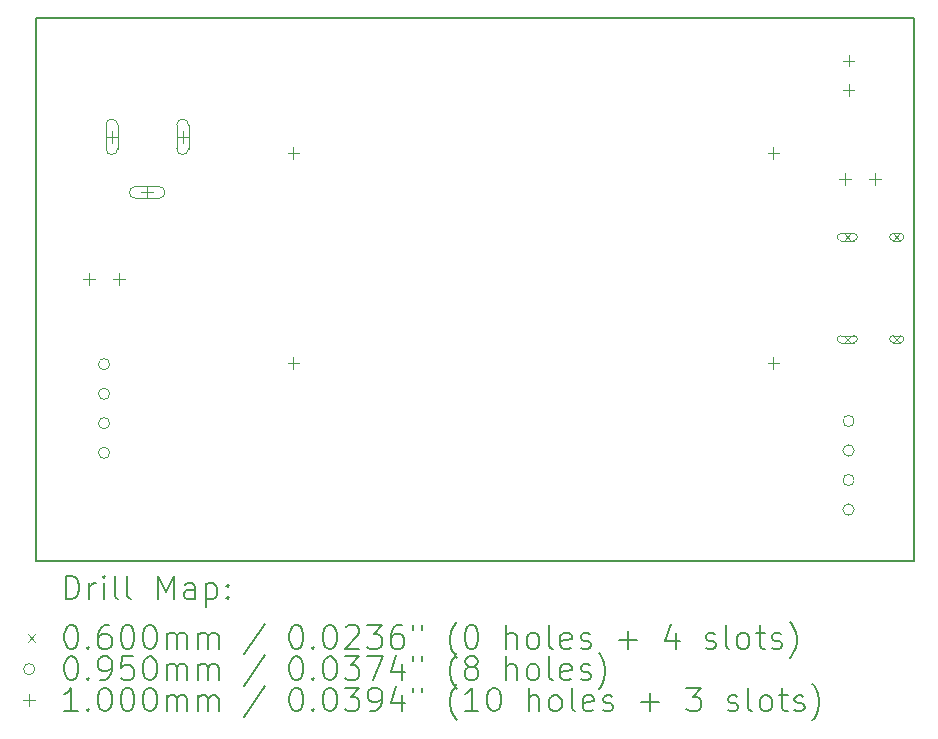
<source format=gbr>
%TF.GenerationSoftware,KiCad,Pcbnew,7.0.11+1*%
%TF.ProjectId,radwag_scale,72616477-6167-45f7-9363-616c652e6b69,rev?*%
%TF.SameCoordinates,Original*%
%TF.FileFunction,Drillmap*%
%TF.FilePolarity,Positive*%
%FSLAX45Y45*%
G04 Gerber Fmt 4.5, Leading zero omitted, Abs format (unit mm)*
%MOMM*%
%LPD*%
G01*
G04 APERTURE LIST*
%ADD10C,0.200000*%
%ADD11C,0.100000*%
G04 APERTURE END LIST*
D10*
X6633000Y-3556000D02*
X14071600Y-3556000D01*
X14071600Y-8153400D01*
X6633000Y-8153400D01*
X6633000Y-3556000D01*
D11*
X13473000Y-5378000D02*
X13533000Y-5438000D01*
X13533000Y-5378000D02*
X13473000Y-5438000D01*
X13448000Y-5438000D02*
X13558000Y-5438000D01*
X13558000Y-5438000D02*
G75*
G03*
X13558000Y-5378000I0J30000D01*
G01*
X13558000Y-5378000D02*
X13448000Y-5378000D01*
X13448000Y-5378000D02*
G75*
G03*
X13448000Y-5438000I0J-30000D01*
G01*
X13473000Y-6242000D02*
X13533000Y-6302000D01*
X13533000Y-6242000D02*
X13473000Y-6302000D01*
X13448000Y-6302000D02*
X13558000Y-6302000D01*
X13558000Y-6302000D02*
G75*
G03*
X13558000Y-6242000I0J30000D01*
G01*
X13558000Y-6242000D02*
X13448000Y-6242000D01*
X13448000Y-6242000D02*
G75*
G03*
X13448000Y-6302000I0J-30000D01*
G01*
X13891000Y-5378000D02*
X13951000Y-5438000D01*
X13951000Y-5378000D02*
X13891000Y-5438000D01*
X13891000Y-5438000D02*
X13951000Y-5438000D01*
X13951000Y-5438000D02*
G75*
G03*
X13951000Y-5378000I0J30000D01*
G01*
X13951000Y-5378000D02*
X13891000Y-5378000D01*
X13891000Y-5378000D02*
G75*
G03*
X13891000Y-5438000I0J-30000D01*
G01*
X13891000Y-6242000D02*
X13951000Y-6302000D01*
X13951000Y-6242000D02*
X13891000Y-6302000D01*
X13891000Y-6302000D02*
X13951000Y-6302000D01*
X13951000Y-6302000D02*
G75*
G03*
X13951000Y-6242000I0J30000D01*
G01*
X13951000Y-6242000D02*
X13891000Y-6242000D01*
X13891000Y-6242000D02*
G75*
G03*
X13891000Y-6302000I0J-30000D01*
G01*
X7257500Y-6485000D02*
G75*
G03*
X7162500Y-6485000I-47500J0D01*
G01*
X7162500Y-6485000D02*
G75*
G03*
X7257500Y-6485000I47500J0D01*
G01*
X7257500Y-6735000D02*
G75*
G03*
X7162500Y-6735000I-47500J0D01*
G01*
X7162500Y-6735000D02*
G75*
G03*
X7257500Y-6735000I47500J0D01*
G01*
X7257500Y-6985000D02*
G75*
G03*
X7162500Y-6985000I-47500J0D01*
G01*
X7162500Y-6985000D02*
G75*
G03*
X7257500Y-6985000I47500J0D01*
G01*
X7257500Y-7235000D02*
G75*
G03*
X7162500Y-7235000I-47500J0D01*
G01*
X7162500Y-7235000D02*
G75*
G03*
X7257500Y-7235000I47500J0D01*
G01*
X13561050Y-6965600D02*
G75*
G03*
X13466050Y-6965600I-47500J0D01*
G01*
X13466050Y-6965600D02*
G75*
G03*
X13561050Y-6965600I47500J0D01*
G01*
X13561050Y-7215600D02*
G75*
G03*
X13466050Y-7215600I-47500J0D01*
G01*
X13466050Y-7215600D02*
G75*
G03*
X13561050Y-7215600I47500J0D01*
G01*
X13561050Y-7465600D02*
G75*
G03*
X13466050Y-7465600I-47500J0D01*
G01*
X13466050Y-7465600D02*
G75*
G03*
X13561050Y-7465600I47500J0D01*
G01*
X13561050Y-7715600D02*
G75*
G03*
X13466050Y-7715600I-47500J0D01*
G01*
X13466050Y-7715600D02*
G75*
G03*
X13561050Y-7715600I47500J0D01*
G01*
X7083500Y-5715000D02*
X7083500Y-5815000D01*
X7033500Y-5765000D02*
X7133500Y-5765000D01*
X7275000Y-4510000D02*
X7275000Y-4610000D01*
X7225000Y-4560000D02*
X7325000Y-4560000D01*
X7225000Y-4460000D02*
X7225000Y-4660000D01*
X7225000Y-4660000D02*
G75*
G03*
X7325000Y-4660000I50000J0D01*
G01*
X7325000Y-4660000D02*
X7325000Y-4460000D01*
X7325000Y-4460000D02*
G75*
G03*
X7225000Y-4460000I-50000J0D01*
G01*
X7337500Y-5715000D02*
X7337500Y-5815000D01*
X7287500Y-5765000D02*
X7387500Y-5765000D01*
X7575000Y-4980000D02*
X7575000Y-5080000D01*
X7525000Y-5030000D02*
X7625000Y-5030000D01*
X7475000Y-5080000D02*
X7675000Y-5080000D01*
X7675000Y-5080000D02*
G75*
G03*
X7675000Y-4980000I0J50000D01*
G01*
X7675000Y-4980000D02*
X7475000Y-4980000D01*
X7475000Y-4980000D02*
G75*
G03*
X7475000Y-5080000I0J-50000D01*
G01*
X7875000Y-4510000D02*
X7875000Y-4610000D01*
X7825000Y-4560000D02*
X7925000Y-4560000D01*
X7825000Y-4460000D02*
X7825000Y-4660000D01*
X7825000Y-4660000D02*
G75*
G03*
X7925000Y-4660000I50000J0D01*
G01*
X7925000Y-4660000D02*
X7925000Y-4460000D01*
X7925000Y-4460000D02*
G75*
G03*
X7825000Y-4460000I-50000J0D01*
G01*
X8813800Y-4649000D02*
X8813800Y-4749000D01*
X8763800Y-4699000D02*
X8863800Y-4699000D01*
X8813800Y-6427000D02*
X8813800Y-6527000D01*
X8763800Y-6477000D02*
X8863800Y-6477000D01*
X12877800Y-4649000D02*
X12877800Y-4749000D01*
X12827800Y-4699000D02*
X12927800Y-4699000D01*
X12877800Y-6427000D02*
X12877800Y-6527000D01*
X12827800Y-6477000D02*
X12927800Y-6477000D01*
X13486000Y-4870000D02*
X13486000Y-4970000D01*
X13436000Y-4920000D02*
X13536000Y-4920000D01*
X13513550Y-3863600D02*
X13513550Y-3963600D01*
X13463550Y-3913600D02*
X13563550Y-3913600D01*
X13513550Y-4113600D02*
X13513550Y-4213600D01*
X13463550Y-4163600D02*
X13563550Y-4163600D01*
X13740000Y-4870000D02*
X13740000Y-4970000D01*
X13690000Y-4920000D02*
X13790000Y-4920000D01*
D10*
X6883777Y-8474884D02*
X6883777Y-8274884D01*
X6883777Y-8274884D02*
X6931396Y-8274884D01*
X6931396Y-8274884D02*
X6959967Y-8284408D01*
X6959967Y-8284408D02*
X6979015Y-8303455D01*
X6979015Y-8303455D02*
X6988539Y-8322503D01*
X6988539Y-8322503D02*
X6998062Y-8360598D01*
X6998062Y-8360598D02*
X6998062Y-8389170D01*
X6998062Y-8389170D02*
X6988539Y-8427265D01*
X6988539Y-8427265D02*
X6979015Y-8446312D01*
X6979015Y-8446312D02*
X6959967Y-8465360D01*
X6959967Y-8465360D02*
X6931396Y-8474884D01*
X6931396Y-8474884D02*
X6883777Y-8474884D01*
X7083777Y-8474884D02*
X7083777Y-8341550D01*
X7083777Y-8379646D02*
X7093301Y-8360598D01*
X7093301Y-8360598D02*
X7102824Y-8351074D01*
X7102824Y-8351074D02*
X7121872Y-8341550D01*
X7121872Y-8341550D02*
X7140920Y-8341550D01*
X7207586Y-8474884D02*
X7207586Y-8341550D01*
X7207586Y-8274884D02*
X7198062Y-8284408D01*
X7198062Y-8284408D02*
X7207586Y-8293931D01*
X7207586Y-8293931D02*
X7217110Y-8284408D01*
X7217110Y-8284408D02*
X7207586Y-8274884D01*
X7207586Y-8274884D02*
X7207586Y-8293931D01*
X7331396Y-8474884D02*
X7312348Y-8465360D01*
X7312348Y-8465360D02*
X7302824Y-8446312D01*
X7302824Y-8446312D02*
X7302824Y-8274884D01*
X7436158Y-8474884D02*
X7417110Y-8465360D01*
X7417110Y-8465360D02*
X7407586Y-8446312D01*
X7407586Y-8446312D02*
X7407586Y-8274884D01*
X7664729Y-8474884D02*
X7664729Y-8274884D01*
X7664729Y-8274884D02*
X7731396Y-8417741D01*
X7731396Y-8417741D02*
X7798062Y-8274884D01*
X7798062Y-8274884D02*
X7798062Y-8474884D01*
X7979015Y-8474884D02*
X7979015Y-8370122D01*
X7979015Y-8370122D02*
X7969491Y-8351074D01*
X7969491Y-8351074D02*
X7950443Y-8341550D01*
X7950443Y-8341550D02*
X7912348Y-8341550D01*
X7912348Y-8341550D02*
X7893301Y-8351074D01*
X7979015Y-8465360D02*
X7959967Y-8474884D01*
X7959967Y-8474884D02*
X7912348Y-8474884D01*
X7912348Y-8474884D02*
X7893301Y-8465360D01*
X7893301Y-8465360D02*
X7883777Y-8446312D01*
X7883777Y-8446312D02*
X7883777Y-8427265D01*
X7883777Y-8427265D02*
X7893301Y-8408217D01*
X7893301Y-8408217D02*
X7912348Y-8398693D01*
X7912348Y-8398693D02*
X7959967Y-8398693D01*
X7959967Y-8398693D02*
X7979015Y-8389170D01*
X8074253Y-8341550D02*
X8074253Y-8541550D01*
X8074253Y-8351074D02*
X8093301Y-8341550D01*
X8093301Y-8341550D02*
X8131396Y-8341550D01*
X8131396Y-8341550D02*
X8150443Y-8351074D01*
X8150443Y-8351074D02*
X8159967Y-8360598D01*
X8159967Y-8360598D02*
X8169491Y-8379646D01*
X8169491Y-8379646D02*
X8169491Y-8436789D01*
X8169491Y-8436789D02*
X8159967Y-8455836D01*
X8159967Y-8455836D02*
X8150443Y-8465360D01*
X8150443Y-8465360D02*
X8131396Y-8474884D01*
X8131396Y-8474884D02*
X8093301Y-8474884D01*
X8093301Y-8474884D02*
X8074253Y-8465360D01*
X8255205Y-8455836D02*
X8264729Y-8465360D01*
X8264729Y-8465360D02*
X8255205Y-8474884D01*
X8255205Y-8474884D02*
X8245682Y-8465360D01*
X8245682Y-8465360D02*
X8255205Y-8455836D01*
X8255205Y-8455836D02*
X8255205Y-8474884D01*
X8255205Y-8351074D02*
X8264729Y-8360598D01*
X8264729Y-8360598D02*
X8255205Y-8370122D01*
X8255205Y-8370122D02*
X8245682Y-8360598D01*
X8245682Y-8360598D02*
X8255205Y-8351074D01*
X8255205Y-8351074D02*
X8255205Y-8370122D01*
D11*
X6563000Y-8773400D02*
X6623000Y-8833400D01*
X6623000Y-8773400D02*
X6563000Y-8833400D01*
D10*
X6921872Y-8694884D02*
X6940920Y-8694884D01*
X6940920Y-8694884D02*
X6959967Y-8704408D01*
X6959967Y-8704408D02*
X6969491Y-8713931D01*
X6969491Y-8713931D02*
X6979015Y-8732979D01*
X6979015Y-8732979D02*
X6988539Y-8771074D01*
X6988539Y-8771074D02*
X6988539Y-8818693D01*
X6988539Y-8818693D02*
X6979015Y-8856789D01*
X6979015Y-8856789D02*
X6969491Y-8875836D01*
X6969491Y-8875836D02*
X6959967Y-8885360D01*
X6959967Y-8885360D02*
X6940920Y-8894884D01*
X6940920Y-8894884D02*
X6921872Y-8894884D01*
X6921872Y-8894884D02*
X6902824Y-8885360D01*
X6902824Y-8885360D02*
X6893301Y-8875836D01*
X6893301Y-8875836D02*
X6883777Y-8856789D01*
X6883777Y-8856789D02*
X6874253Y-8818693D01*
X6874253Y-8818693D02*
X6874253Y-8771074D01*
X6874253Y-8771074D02*
X6883777Y-8732979D01*
X6883777Y-8732979D02*
X6893301Y-8713931D01*
X6893301Y-8713931D02*
X6902824Y-8704408D01*
X6902824Y-8704408D02*
X6921872Y-8694884D01*
X7074253Y-8875836D02*
X7083777Y-8885360D01*
X7083777Y-8885360D02*
X7074253Y-8894884D01*
X7074253Y-8894884D02*
X7064729Y-8885360D01*
X7064729Y-8885360D02*
X7074253Y-8875836D01*
X7074253Y-8875836D02*
X7074253Y-8894884D01*
X7255205Y-8694884D02*
X7217110Y-8694884D01*
X7217110Y-8694884D02*
X7198062Y-8704408D01*
X7198062Y-8704408D02*
X7188539Y-8713931D01*
X7188539Y-8713931D02*
X7169491Y-8742503D01*
X7169491Y-8742503D02*
X7159967Y-8780598D01*
X7159967Y-8780598D02*
X7159967Y-8856789D01*
X7159967Y-8856789D02*
X7169491Y-8875836D01*
X7169491Y-8875836D02*
X7179015Y-8885360D01*
X7179015Y-8885360D02*
X7198062Y-8894884D01*
X7198062Y-8894884D02*
X7236158Y-8894884D01*
X7236158Y-8894884D02*
X7255205Y-8885360D01*
X7255205Y-8885360D02*
X7264729Y-8875836D01*
X7264729Y-8875836D02*
X7274253Y-8856789D01*
X7274253Y-8856789D02*
X7274253Y-8809170D01*
X7274253Y-8809170D02*
X7264729Y-8790122D01*
X7264729Y-8790122D02*
X7255205Y-8780598D01*
X7255205Y-8780598D02*
X7236158Y-8771074D01*
X7236158Y-8771074D02*
X7198062Y-8771074D01*
X7198062Y-8771074D02*
X7179015Y-8780598D01*
X7179015Y-8780598D02*
X7169491Y-8790122D01*
X7169491Y-8790122D02*
X7159967Y-8809170D01*
X7398062Y-8694884D02*
X7417110Y-8694884D01*
X7417110Y-8694884D02*
X7436158Y-8704408D01*
X7436158Y-8704408D02*
X7445682Y-8713931D01*
X7445682Y-8713931D02*
X7455205Y-8732979D01*
X7455205Y-8732979D02*
X7464729Y-8771074D01*
X7464729Y-8771074D02*
X7464729Y-8818693D01*
X7464729Y-8818693D02*
X7455205Y-8856789D01*
X7455205Y-8856789D02*
X7445682Y-8875836D01*
X7445682Y-8875836D02*
X7436158Y-8885360D01*
X7436158Y-8885360D02*
X7417110Y-8894884D01*
X7417110Y-8894884D02*
X7398062Y-8894884D01*
X7398062Y-8894884D02*
X7379015Y-8885360D01*
X7379015Y-8885360D02*
X7369491Y-8875836D01*
X7369491Y-8875836D02*
X7359967Y-8856789D01*
X7359967Y-8856789D02*
X7350443Y-8818693D01*
X7350443Y-8818693D02*
X7350443Y-8771074D01*
X7350443Y-8771074D02*
X7359967Y-8732979D01*
X7359967Y-8732979D02*
X7369491Y-8713931D01*
X7369491Y-8713931D02*
X7379015Y-8704408D01*
X7379015Y-8704408D02*
X7398062Y-8694884D01*
X7588539Y-8694884D02*
X7607586Y-8694884D01*
X7607586Y-8694884D02*
X7626634Y-8704408D01*
X7626634Y-8704408D02*
X7636158Y-8713931D01*
X7636158Y-8713931D02*
X7645682Y-8732979D01*
X7645682Y-8732979D02*
X7655205Y-8771074D01*
X7655205Y-8771074D02*
X7655205Y-8818693D01*
X7655205Y-8818693D02*
X7645682Y-8856789D01*
X7645682Y-8856789D02*
X7636158Y-8875836D01*
X7636158Y-8875836D02*
X7626634Y-8885360D01*
X7626634Y-8885360D02*
X7607586Y-8894884D01*
X7607586Y-8894884D02*
X7588539Y-8894884D01*
X7588539Y-8894884D02*
X7569491Y-8885360D01*
X7569491Y-8885360D02*
X7559967Y-8875836D01*
X7559967Y-8875836D02*
X7550443Y-8856789D01*
X7550443Y-8856789D02*
X7540920Y-8818693D01*
X7540920Y-8818693D02*
X7540920Y-8771074D01*
X7540920Y-8771074D02*
X7550443Y-8732979D01*
X7550443Y-8732979D02*
X7559967Y-8713931D01*
X7559967Y-8713931D02*
X7569491Y-8704408D01*
X7569491Y-8704408D02*
X7588539Y-8694884D01*
X7740920Y-8894884D02*
X7740920Y-8761550D01*
X7740920Y-8780598D02*
X7750443Y-8771074D01*
X7750443Y-8771074D02*
X7769491Y-8761550D01*
X7769491Y-8761550D02*
X7798063Y-8761550D01*
X7798063Y-8761550D02*
X7817110Y-8771074D01*
X7817110Y-8771074D02*
X7826634Y-8790122D01*
X7826634Y-8790122D02*
X7826634Y-8894884D01*
X7826634Y-8790122D02*
X7836158Y-8771074D01*
X7836158Y-8771074D02*
X7855205Y-8761550D01*
X7855205Y-8761550D02*
X7883777Y-8761550D01*
X7883777Y-8761550D02*
X7902824Y-8771074D01*
X7902824Y-8771074D02*
X7912348Y-8790122D01*
X7912348Y-8790122D02*
X7912348Y-8894884D01*
X8007586Y-8894884D02*
X8007586Y-8761550D01*
X8007586Y-8780598D02*
X8017110Y-8771074D01*
X8017110Y-8771074D02*
X8036158Y-8761550D01*
X8036158Y-8761550D02*
X8064729Y-8761550D01*
X8064729Y-8761550D02*
X8083777Y-8771074D01*
X8083777Y-8771074D02*
X8093301Y-8790122D01*
X8093301Y-8790122D02*
X8093301Y-8894884D01*
X8093301Y-8790122D02*
X8102824Y-8771074D01*
X8102824Y-8771074D02*
X8121872Y-8761550D01*
X8121872Y-8761550D02*
X8150443Y-8761550D01*
X8150443Y-8761550D02*
X8169491Y-8771074D01*
X8169491Y-8771074D02*
X8179015Y-8790122D01*
X8179015Y-8790122D02*
X8179015Y-8894884D01*
X8569491Y-8685360D02*
X8398063Y-8942503D01*
X8826634Y-8694884D02*
X8845682Y-8694884D01*
X8845682Y-8694884D02*
X8864729Y-8704408D01*
X8864729Y-8704408D02*
X8874253Y-8713931D01*
X8874253Y-8713931D02*
X8883777Y-8732979D01*
X8883777Y-8732979D02*
X8893301Y-8771074D01*
X8893301Y-8771074D02*
X8893301Y-8818693D01*
X8893301Y-8818693D02*
X8883777Y-8856789D01*
X8883777Y-8856789D02*
X8874253Y-8875836D01*
X8874253Y-8875836D02*
X8864729Y-8885360D01*
X8864729Y-8885360D02*
X8845682Y-8894884D01*
X8845682Y-8894884D02*
X8826634Y-8894884D01*
X8826634Y-8894884D02*
X8807587Y-8885360D01*
X8807587Y-8885360D02*
X8798063Y-8875836D01*
X8798063Y-8875836D02*
X8788539Y-8856789D01*
X8788539Y-8856789D02*
X8779015Y-8818693D01*
X8779015Y-8818693D02*
X8779015Y-8771074D01*
X8779015Y-8771074D02*
X8788539Y-8732979D01*
X8788539Y-8732979D02*
X8798063Y-8713931D01*
X8798063Y-8713931D02*
X8807587Y-8704408D01*
X8807587Y-8704408D02*
X8826634Y-8694884D01*
X8979015Y-8875836D02*
X8988539Y-8885360D01*
X8988539Y-8885360D02*
X8979015Y-8894884D01*
X8979015Y-8894884D02*
X8969491Y-8885360D01*
X8969491Y-8885360D02*
X8979015Y-8875836D01*
X8979015Y-8875836D02*
X8979015Y-8894884D01*
X9112348Y-8694884D02*
X9131396Y-8694884D01*
X9131396Y-8694884D02*
X9150444Y-8704408D01*
X9150444Y-8704408D02*
X9159968Y-8713931D01*
X9159968Y-8713931D02*
X9169491Y-8732979D01*
X9169491Y-8732979D02*
X9179015Y-8771074D01*
X9179015Y-8771074D02*
X9179015Y-8818693D01*
X9179015Y-8818693D02*
X9169491Y-8856789D01*
X9169491Y-8856789D02*
X9159968Y-8875836D01*
X9159968Y-8875836D02*
X9150444Y-8885360D01*
X9150444Y-8885360D02*
X9131396Y-8894884D01*
X9131396Y-8894884D02*
X9112348Y-8894884D01*
X9112348Y-8894884D02*
X9093301Y-8885360D01*
X9093301Y-8885360D02*
X9083777Y-8875836D01*
X9083777Y-8875836D02*
X9074253Y-8856789D01*
X9074253Y-8856789D02*
X9064729Y-8818693D01*
X9064729Y-8818693D02*
X9064729Y-8771074D01*
X9064729Y-8771074D02*
X9074253Y-8732979D01*
X9074253Y-8732979D02*
X9083777Y-8713931D01*
X9083777Y-8713931D02*
X9093301Y-8704408D01*
X9093301Y-8704408D02*
X9112348Y-8694884D01*
X9255206Y-8713931D02*
X9264729Y-8704408D01*
X9264729Y-8704408D02*
X9283777Y-8694884D01*
X9283777Y-8694884D02*
X9331396Y-8694884D01*
X9331396Y-8694884D02*
X9350444Y-8704408D01*
X9350444Y-8704408D02*
X9359968Y-8713931D01*
X9359968Y-8713931D02*
X9369491Y-8732979D01*
X9369491Y-8732979D02*
X9369491Y-8752027D01*
X9369491Y-8752027D02*
X9359968Y-8780598D01*
X9359968Y-8780598D02*
X9245682Y-8894884D01*
X9245682Y-8894884D02*
X9369491Y-8894884D01*
X9436158Y-8694884D02*
X9559968Y-8694884D01*
X9559968Y-8694884D02*
X9493301Y-8771074D01*
X9493301Y-8771074D02*
X9521872Y-8771074D01*
X9521872Y-8771074D02*
X9540920Y-8780598D01*
X9540920Y-8780598D02*
X9550444Y-8790122D01*
X9550444Y-8790122D02*
X9559968Y-8809170D01*
X9559968Y-8809170D02*
X9559968Y-8856789D01*
X9559968Y-8856789D02*
X9550444Y-8875836D01*
X9550444Y-8875836D02*
X9540920Y-8885360D01*
X9540920Y-8885360D02*
X9521872Y-8894884D01*
X9521872Y-8894884D02*
X9464729Y-8894884D01*
X9464729Y-8894884D02*
X9445682Y-8885360D01*
X9445682Y-8885360D02*
X9436158Y-8875836D01*
X9731396Y-8694884D02*
X9693301Y-8694884D01*
X9693301Y-8694884D02*
X9674253Y-8704408D01*
X9674253Y-8704408D02*
X9664729Y-8713931D01*
X9664729Y-8713931D02*
X9645682Y-8742503D01*
X9645682Y-8742503D02*
X9636158Y-8780598D01*
X9636158Y-8780598D02*
X9636158Y-8856789D01*
X9636158Y-8856789D02*
X9645682Y-8875836D01*
X9645682Y-8875836D02*
X9655206Y-8885360D01*
X9655206Y-8885360D02*
X9674253Y-8894884D01*
X9674253Y-8894884D02*
X9712349Y-8894884D01*
X9712349Y-8894884D02*
X9731396Y-8885360D01*
X9731396Y-8885360D02*
X9740920Y-8875836D01*
X9740920Y-8875836D02*
X9750444Y-8856789D01*
X9750444Y-8856789D02*
X9750444Y-8809170D01*
X9750444Y-8809170D02*
X9740920Y-8790122D01*
X9740920Y-8790122D02*
X9731396Y-8780598D01*
X9731396Y-8780598D02*
X9712349Y-8771074D01*
X9712349Y-8771074D02*
X9674253Y-8771074D01*
X9674253Y-8771074D02*
X9655206Y-8780598D01*
X9655206Y-8780598D02*
X9645682Y-8790122D01*
X9645682Y-8790122D02*
X9636158Y-8809170D01*
X9826634Y-8694884D02*
X9826634Y-8732979D01*
X9902825Y-8694884D02*
X9902825Y-8732979D01*
X10198063Y-8971074D02*
X10188539Y-8961550D01*
X10188539Y-8961550D02*
X10169491Y-8932979D01*
X10169491Y-8932979D02*
X10159968Y-8913931D01*
X10159968Y-8913931D02*
X10150444Y-8885360D01*
X10150444Y-8885360D02*
X10140920Y-8837741D01*
X10140920Y-8837741D02*
X10140920Y-8799646D01*
X10140920Y-8799646D02*
X10150444Y-8752027D01*
X10150444Y-8752027D02*
X10159968Y-8723455D01*
X10159968Y-8723455D02*
X10169491Y-8704408D01*
X10169491Y-8704408D02*
X10188539Y-8675836D01*
X10188539Y-8675836D02*
X10198063Y-8666312D01*
X10312349Y-8694884D02*
X10331396Y-8694884D01*
X10331396Y-8694884D02*
X10350444Y-8704408D01*
X10350444Y-8704408D02*
X10359968Y-8713931D01*
X10359968Y-8713931D02*
X10369491Y-8732979D01*
X10369491Y-8732979D02*
X10379015Y-8771074D01*
X10379015Y-8771074D02*
X10379015Y-8818693D01*
X10379015Y-8818693D02*
X10369491Y-8856789D01*
X10369491Y-8856789D02*
X10359968Y-8875836D01*
X10359968Y-8875836D02*
X10350444Y-8885360D01*
X10350444Y-8885360D02*
X10331396Y-8894884D01*
X10331396Y-8894884D02*
X10312349Y-8894884D01*
X10312349Y-8894884D02*
X10293301Y-8885360D01*
X10293301Y-8885360D02*
X10283777Y-8875836D01*
X10283777Y-8875836D02*
X10274253Y-8856789D01*
X10274253Y-8856789D02*
X10264730Y-8818693D01*
X10264730Y-8818693D02*
X10264730Y-8771074D01*
X10264730Y-8771074D02*
X10274253Y-8732979D01*
X10274253Y-8732979D02*
X10283777Y-8713931D01*
X10283777Y-8713931D02*
X10293301Y-8704408D01*
X10293301Y-8704408D02*
X10312349Y-8694884D01*
X10617111Y-8894884D02*
X10617111Y-8694884D01*
X10702825Y-8894884D02*
X10702825Y-8790122D01*
X10702825Y-8790122D02*
X10693301Y-8771074D01*
X10693301Y-8771074D02*
X10674253Y-8761550D01*
X10674253Y-8761550D02*
X10645682Y-8761550D01*
X10645682Y-8761550D02*
X10626634Y-8771074D01*
X10626634Y-8771074D02*
X10617111Y-8780598D01*
X10826634Y-8894884D02*
X10807587Y-8885360D01*
X10807587Y-8885360D02*
X10798063Y-8875836D01*
X10798063Y-8875836D02*
X10788539Y-8856789D01*
X10788539Y-8856789D02*
X10788539Y-8799646D01*
X10788539Y-8799646D02*
X10798063Y-8780598D01*
X10798063Y-8780598D02*
X10807587Y-8771074D01*
X10807587Y-8771074D02*
X10826634Y-8761550D01*
X10826634Y-8761550D02*
X10855206Y-8761550D01*
X10855206Y-8761550D02*
X10874253Y-8771074D01*
X10874253Y-8771074D02*
X10883777Y-8780598D01*
X10883777Y-8780598D02*
X10893301Y-8799646D01*
X10893301Y-8799646D02*
X10893301Y-8856789D01*
X10893301Y-8856789D02*
X10883777Y-8875836D01*
X10883777Y-8875836D02*
X10874253Y-8885360D01*
X10874253Y-8885360D02*
X10855206Y-8894884D01*
X10855206Y-8894884D02*
X10826634Y-8894884D01*
X11007587Y-8894884D02*
X10988539Y-8885360D01*
X10988539Y-8885360D02*
X10979015Y-8866312D01*
X10979015Y-8866312D02*
X10979015Y-8694884D01*
X11159968Y-8885360D02*
X11140920Y-8894884D01*
X11140920Y-8894884D02*
X11102825Y-8894884D01*
X11102825Y-8894884D02*
X11083777Y-8885360D01*
X11083777Y-8885360D02*
X11074253Y-8866312D01*
X11074253Y-8866312D02*
X11074253Y-8790122D01*
X11074253Y-8790122D02*
X11083777Y-8771074D01*
X11083777Y-8771074D02*
X11102825Y-8761550D01*
X11102825Y-8761550D02*
X11140920Y-8761550D01*
X11140920Y-8761550D02*
X11159968Y-8771074D01*
X11159968Y-8771074D02*
X11169492Y-8790122D01*
X11169492Y-8790122D02*
X11169492Y-8809170D01*
X11169492Y-8809170D02*
X11074253Y-8828217D01*
X11245682Y-8885360D02*
X11264730Y-8894884D01*
X11264730Y-8894884D02*
X11302825Y-8894884D01*
X11302825Y-8894884D02*
X11321872Y-8885360D01*
X11321872Y-8885360D02*
X11331396Y-8866312D01*
X11331396Y-8866312D02*
X11331396Y-8856789D01*
X11331396Y-8856789D02*
X11321872Y-8837741D01*
X11321872Y-8837741D02*
X11302825Y-8828217D01*
X11302825Y-8828217D02*
X11274253Y-8828217D01*
X11274253Y-8828217D02*
X11255206Y-8818693D01*
X11255206Y-8818693D02*
X11245682Y-8799646D01*
X11245682Y-8799646D02*
X11245682Y-8790122D01*
X11245682Y-8790122D02*
X11255206Y-8771074D01*
X11255206Y-8771074D02*
X11274253Y-8761550D01*
X11274253Y-8761550D02*
X11302825Y-8761550D01*
X11302825Y-8761550D02*
X11321872Y-8771074D01*
X11569492Y-8818693D02*
X11721873Y-8818693D01*
X11645682Y-8894884D02*
X11645682Y-8742503D01*
X12055206Y-8761550D02*
X12055206Y-8894884D01*
X12007587Y-8685360D02*
X11959968Y-8828217D01*
X11959968Y-8828217D02*
X12083777Y-8828217D01*
X12302825Y-8885360D02*
X12321873Y-8894884D01*
X12321873Y-8894884D02*
X12359968Y-8894884D01*
X12359968Y-8894884D02*
X12379015Y-8885360D01*
X12379015Y-8885360D02*
X12388539Y-8866312D01*
X12388539Y-8866312D02*
X12388539Y-8856789D01*
X12388539Y-8856789D02*
X12379015Y-8837741D01*
X12379015Y-8837741D02*
X12359968Y-8828217D01*
X12359968Y-8828217D02*
X12331396Y-8828217D01*
X12331396Y-8828217D02*
X12312349Y-8818693D01*
X12312349Y-8818693D02*
X12302825Y-8799646D01*
X12302825Y-8799646D02*
X12302825Y-8790122D01*
X12302825Y-8790122D02*
X12312349Y-8771074D01*
X12312349Y-8771074D02*
X12331396Y-8761550D01*
X12331396Y-8761550D02*
X12359968Y-8761550D01*
X12359968Y-8761550D02*
X12379015Y-8771074D01*
X12502825Y-8894884D02*
X12483777Y-8885360D01*
X12483777Y-8885360D02*
X12474254Y-8866312D01*
X12474254Y-8866312D02*
X12474254Y-8694884D01*
X12607587Y-8894884D02*
X12588539Y-8885360D01*
X12588539Y-8885360D02*
X12579015Y-8875836D01*
X12579015Y-8875836D02*
X12569492Y-8856789D01*
X12569492Y-8856789D02*
X12569492Y-8799646D01*
X12569492Y-8799646D02*
X12579015Y-8780598D01*
X12579015Y-8780598D02*
X12588539Y-8771074D01*
X12588539Y-8771074D02*
X12607587Y-8761550D01*
X12607587Y-8761550D02*
X12636158Y-8761550D01*
X12636158Y-8761550D02*
X12655206Y-8771074D01*
X12655206Y-8771074D02*
X12664730Y-8780598D01*
X12664730Y-8780598D02*
X12674254Y-8799646D01*
X12674254Y-8799646D02*
X12674254Y-8856789D01*
X12674254Y-8856789D02*
X12664730Y-8875836D01*
X12664730Y-8875836D02*
X12655206Y-8885360D01*
X12655206Y-8885360D02*
X12636158Y-8894884D01*
X12636158Y-8894884D02*
X12607587Y-8894884D01*
X12731396Y-8761550D02*
X12807587Y-8761550D01*
X12759968Y-8694884D02*
X12759968Y-8866312D01*
X12759968Y-8866312D02*
X12769492Y-8885360D01*
X12769492Y-8885360D02*
X12788539Y-8894884D01*
X12788539Y-8894884D02*
X12807587Y-8894884D01*
X12864730Y-8885360D02*
X12883777Y-8894884D01*
X12883777Y-8894884D02*
X12921873Y-8894884D01*
X12921873Y-8894884D02*
X12940920Y-8885360D01*
X12940920Y-8885360D02*
X12950444Y-8866312D01*
X12950444Y-8866312D02*
X12950444Y-8856789D01*
X12950444Y-8856789D02*
X12940920Y-8837741D01*
X12940920Y-8837741D02*
X12921873Y-8828217D01*
X12921873Y-8828217D02*
X12893301Y-8828217D01*
X12893301Y-8828217D02*
X12874254Y-8818693D01*
X12874254Y-8818693D02*
X12864730Y-8799646D01*
X12864730Y-8799646D02*
X12864730Y-8790122D01*
X12864730Y-8790122D02*
X12874254Y-8771074D01*
X12874254Y-8771074D02*
X12893301Y-8761550D01*
X12893301Y-8761550D02*
X12921873Y-8761550D01*
X12921873Y-8761550D02*
X12940920Y-8771074D01*
X13017111Y-8971074D02*
X13026635Y-8961550D01*
X13026635Y-8961550D02*
X13045682Y-8932979D01*
X13045682Y-8932979D02*
X13055206Y-8913931D01*
X13055206Y-8913931D02*
X13064730Y-8885360D01*
X13064730Y-8885360D02*
X13074254Y-8837741D01*
X13074254Y-8837741D02*
X13074254Y-8799646D01*
X13074254Y-8799646D02*
X13064730Y-8752027D01*
X13064730Y-8752027D02*
X13055206Y-8723455D01*
X13055206Y-8723455D02*
X13045682Y-8704408D01*
X13045682Y-8704408D02*
X13026635Y-8675836D01*
X13026635Y-8675836D02*
X13017111Y-8666312D01*
D11*
X6623000Y-9067400D02*
G75*
G03*
X6528000Y-9067400I-47500J0D01*
G01*
X6528000Y-9067400D02*
G75*
G03*
X6623000Y-9067400I47500J0D01*
G01*
D10*
X6921872Y-8958884D02*
X6940920Y-8958884D01*
X6940920Y-8958884D02*
X6959967Y-8968408D01*
X6959967Y-8968408D02*
X6969491Y-8977931D01*
X6969491Y-8977931D02*
X6979015Y-8996979D01*
X6979015Y-8996979D02*
X6988539Y-9035074D01*
X6988539Y-9035074D02*
X6988539Y-9082693D01*
X6988539Y-9082693D02*
X6979015Y-9120789D01*
X6979015Y-9120789D02*
X6969491Y-9139836D01*
X6969491Y-9139836D02*
X6959967Y-9149360D01*
X6959967Y-9149360D02*
X6940920Y-9158884D01*
X6940920Y-9158884D02*
X6921872Y-9158884D01*
X6921872Y-9158884D02*
X6902824Y-9149360D01*
X6902824Y-9149360D02*
X6893301Y-9139836D01*
X6893301Y-9139836D02*
X6883777Y-9120789D01*
X6883777Y-9120789D02*
X6874253Y-9082693D01*
X6874253Y-9082693D02*
X6874253Y-9035074D01*
X6874253Y-9035074D02*
X6883777Y-8996979D01*
X6883777Y-8996979D02*
X6893301Y-8977931D01*
X6893301Y-8977931D02*
X6902824Y-8968408D01*
X6902824Y-8968408D02*
X6921872Y-8958884D01*
X7074253Y-9139836D02*
X7083777Y-9149360D01*
X7083777Y-9149360D02*
X7074253Y-9158884D01*
X7074253Y-9158884D02*
X7064729Y-9149360D01*
X7064729Y-9149360D02*
X7074253Y-9139836D01*
X7074253Y-9139836D02*
X7074253Y-9158884D01*
X7179015Y-9158884D02*
X7217110Y-9158884D01*
X7217110Y-9158884D02*
X7236158Y-9149360D01*
X7236158Y-9149360D02*
X7245682Y-9139836D01*
X7245682Y-9139836D02*
X7264729Y-9111265D01*
X7264729Y-9111265D02*
X7274253Y-9073170D01*
X7274253Y-9073170D02*
X7274253Y-8996979D01*
X7274253Y-8996979D02*
X7264729Y-8977931D01*
X7264729Y-8977931D02*
X7255205Y-8968408D01*
X7255205Y-8968408D02*
X7236158Y-8958884D01*
X7236158Y-8958884D02*
X7198062Y-8958884D01*
X7198062Y-8958884D02*
X7179015Y-8968408D01*
X7179015Y-8968408D02*
X7169491Y-8977931D01*
X7169491Y-8977931D02*
X7159967Y-8996979D01*
X7159967Y-8996979D02*
X7159967Y-9044598D01*
X7159967Y-9044598D02*
X7169491Y-9063646D01*
X7169491Y-9063646D02*
X7179015Y-9073170D01*
X7179015Y-9073170D02*
X7198062Y-9082693D01*
X7198062Y-9082693D02*
X7236158Y-9082693D01*
X7236158Y-9082693D02*
X7255205Y-9073170D01*
X7255205Y-9073170D02*
X7264729Y-9063646D01*
X7264729Y-9063646D02*
X7274253Y-9044598D01*
X7455205Y-8958884D02*
X7359967Y-8958884D01*
X7359967Y-8958884D02*
X7350443Y-9054122D01*
X7350443Y-9054122D02*
X7359967Y-9044598D01*
X7359967Y-9044598D02*
X7379015Y-9035074D01*
X7379015Y-9035074D02*
X7426634Y-9035074D01*
X7426634Y-9035074D02*
X7445682Y-9044598D01*
X7445682Y-9044598D02*
X7455205Y-9054122D01*
X7455205Y-9054122D02*
X7464729Y-9073170D01*
X7464729Y-9073170D02*
X7464729Y-9120789D01*
X7464729Y-9120789D02*
X7455205Y-9139836D01*
X7455205Y-9139836D02*
X7445682Y-9149360D01*
X7445682Y-9149360D02*
X7426634Y-9158884D01*
X7426634Y-9158884D02*
X7379015Y-9158884D01*
X7379015Y-9158884D02*
X7359967Y-9149360D01*
X7359967Y-9149360D02*
X7350443Y-9139836D01*
X7588539Y-8958884D02*
X7607586Y-8958884D01*
X7607586Y-8958884D02*
X7626634Y-8968408D01*
X7626634Y-8968408D02*
X7636158Y-8977931D01*
X7636158Y-8977931D02*
X7645682Y-8996979D01*
X7645682Y-8996979D02*
X7655205Y-9035074D01*
X7655205Y-9035074D02*
X7655205Y-9082693D01*
X7655205Y-9082693D02*
X7645682Y-9120789D01*
X7645682Y-9120789D02*
X7636158Y-9139836D01*
X7636158Y-9139836D02*
X7626634Y-9149360D01*
X7626634Y-9149360D02*
X7607586Y-9158884D01*
X7607586Y-9158884D02*
X7588539Y-9158884D01*
X7588539Y-9158884D02*
X7569491Y-9149360D01*
X7569491Y-9149360D02*
X7559967Y-9139836D01*
X7559967Y-9139836D02*
X7550443Y-9120789D01*
X7550443Y-9120789D02*
X7540920Y-9082693D01*
X7540920Y-9082693D02*
X7540920Y-9035074D01*
X7540920Y-9035074D02*
X7550443Y-8996979D01*
X7550443Y-8996979D02*
X7559967Y-8977931D01*
X7559967Y-8977931D02*
X7569491Y-8968408D01*
X7569491Y-8968408D02*
X7588539Y-8958884D01*
X7740920Y-9158884D02*
X7740920Y-9025550D01*
X7740920Y-9044598D02*
X7750443Y-9035074D01*
X7750443Y-9035074D02*
X7769491Y-9025550D01*
X7769491Y-9025550D02*
X7798063Y-9025550D01*
X7798063Y-9025550D02*
X7817110Y-9035074D01*
X7817110Y-9035074D02*
X7826634Y-9054122D01*
X7826634Y-9054122D02*
X7826634Y-9158884D01*
X7826634Y-9054122D02*
X7836158Y-9035074D01*
X7836158Y-9035074D02*
X7855205Y-9025550D01*
X7855205Y-9025550D02*
X7883777Y-9025550D01*
X7883777Y-9025550D02*
X7902824Y-9035074D01*
X7902824Y-9035074D02*
X7912348Y-9054122D01*
X7912348Y-9054122D02*
X7912348Y-9158884D01*
X8007586Y-9158884D02*
X8007586Y-9025550D01*
X8007586Y-9044598D02*
X8017110Y-9035074D01*
X8017110Y-9035074D02*
X8036158Y-9025550D01*
X8036158Y-9025550D02*
X8064729Y-9025550D01*
X8064729Y-9025550D02*
X8083777Y-9035074D01*
X8083777Y-9035074D02*
X8093301Y-9054122D01*
X8093301Y-9054122D02*
X8093301Y-9158884D01*
X8093301Y-9054122D02*
X8102824Y-9035074D01*
X8102824Y-9035074D02*
X8121872Y-9025550D01*
X8121872Y-9025550D02*
X8150443Y-9025550D01*
X8150443Y-9025550D02*
X8169491Y-9035074D01*
X8169491Y-9035074D02*
X8179015Y-9054122D01*
X8179015Y-9054122D02*
X8179015Y-9158884D01*
X8569491Y-8949360D02*
X8398063Y-9206503D01*
X8826634Y-8958884D02*
X8845682Y-8958884D01*
X8845682Y-8958884D02*
X8864729Y-8968408D01*
X8864729Y-8968408D02*
X8874253Y-8977931D01*
X8874253Y-8977931D02*
X8883777Y-8996979D01*
X8883777Y-8996979D02*
X8893301Y-9035074D01*
X8893301Y-9035074D02*
X8893301Y-9082693D01*
X8893301Y-9082693D02*
X8883777Y-9120789D01*
X8883777Y-9120789D02*
X8874253Y-9139836D01*
X8874253Y-9139836D02*
X8864729Y-9149360D01*
X8864729Y-9149360D02*
X8845682Y-9158884D01*
X8845682Y-9158884D02*
X8826634Y-9158884D01*
X8826634Y-9158884D02*
X8807587Y-9149360D01*
X8807587Y-9149360D02*
X8798063Y-9139836D01*
X8798063Y-9139836D02*
X8788539Y-9120789D01*
X8788539Y-9120789D02*
X8779015Y-9082693D01*
X8779015Y-9082693D02*
X8779015Y-9035074D01*
X8779015Y-9035074D02*
X8788539Y-8996979D01*
X8788539Y-8996979D02*
X8798063Y-8977931D01*
X8798063Y-8977931D02*
X8807587Y-8968408D01*
X8807587Y-8968408D02*
X8826634Y-8958884D01*
X8979015Y-9139836D02*
X8988539Y-9149360D01*
X8988539Y-9149360D02*
X8979015Y-9158884D01*
X8979015Y-9158884D02*
X8969491Y-9149360D01*
X8969491Y-9149360D02*
X8979015Y-9139836D01*
X8979015Y-9139836D02*
X8979015Y-9158884D01*
X9112348Y-8958884D02*
X9131396Y-8958884D01*
X9131396Y-8958884D02*
X9150444Y-8968408D01*
X9150444Y-8968408D02*
X9159968Y-8977931D01*
X9159968Y-8977931D02*
X9169491Y-8996979D01*
X9169491Y-8996979D02*
X9179015Y-9035074D01*
X9179015Y-9035074D02*
X9179015Y-9082693D01*
X9179015Y-9082693D02*
X9169491Y-9120789D01*
X9169491Y-9120789D02*
X9159968Y-9139836D01*
X9159968Y-9139836D02*
X9150444Y-9149360D01*
X9150444Y-9149360D02*
X9131396Y-9158884D01*
X9131396Y-9158884D02*
X9112348Y-9158884D01*
X9112348Y-9158884D02*
X9093301Y-9149360D01*
X9093301Y-9149360D02*
X9083777Y-9139836D01*
X9083777Y-9139836D02*
X9074253Y-9120789D01*
X9074253Y-9120789D02*
X9064729Y-9082693D01*
X9064729Y-9082693D02*
X9064729Y-9035074D01*
X9064729Y-9035074D02*
X9074253Y-8996979D01*
X9074253Y-8996979D02*
X9083777Y-8977931D01*
X9083777Y-8977931D02*
X9093301Y-8968408D01*
X9093301Y-8968408D02*
X9112348Y-8958884D01*
X9245682Y-8958884D02*
X9369491Y-8958884D01*
X9369491Y-8958884D02*
X9302825Y-9035074D01*
X9302825Y-9035074D02*
X9331396Y-9035074D01*
X9331396Y-9035074D02*
X9350444Y-9044598D01*
X9350444Y-9044598D02*
X9359968Y-9054122D01*
X9359968Y-9054122D02*
X9369491Y-9073170D01*
X9369491Y-9073170D02*
X9369491Y-9120789D01*
X9369491Y-9120789D02*
X9359968Y-9139836D01*
X9359968Y-9139836D02*
X9350444Y-9149360D01*
X9350444Y-9149360D02*
X9331396Y-9158884D01*
X9331396Y-9158884D02*
X9274253Y-9158884D01*
X9274253Y-9158884D02*
X9255206Y-9149360D01*
X9255206Y-9149360D02*
X9245682Y-9139836D01*
X9436158Y-8958884D02*
X9569491Y-8958884D01*
X9569491Y-8958884D02*
X9483777Y-9158884D01*
X9731396Y-9025550D02*
X9731396Y-9158884D01*
X9683777Y-8949360D02*
X9636158Y-9092217D01*
X9636158Y-9092217D02*
X9759968Y-9092217D01*
X9826634Y-8958884D02*
X9826634Y-8996979D01*
X9902825Y-8958884D02*
X9902825Y-8996979D01*
X10198063Y-9235074D02*
X10188539Y-9225550D01*
X10188539Y-9225550D02*
X10169491Y-9196979D01*
X10169491Y-9196979D02*
X10159968Y-9177931D01*
X10159968Y-9177931D02*
X10150444Y-9149360D01*
X10150444Y-9149360D02*
X10140920Y-9101741D01*
X10140920Y-9101741D02*
X10140920Y-9063646D01*
X10140920Y-9063646D02*
X10150444Y-9016027D01*
X10150444Y-9016027D02*
X10159968Y-8987455D01*
X10159968Y-8987455D02*
X10169491Y-8968408D01*
X10169491Y-8968408D02*
X10188539Y-8939836D01*
X10188539Y-8939836D02*
X10198063Y-8930312D01*
X10302825Y-9044598D02*
X10283777Y-9035074D01*
X10283777Y-9035074D02*
X10274253Y-9025550D01*
X10274253Y-9025550D02*
X10264730Y-9006503D01*
X10264730Y-9006503D02*
X10264730Y-8996979D01*
X10264730Y-8996979D02*
X10274253Y-8977931D01*
X10274253Y-8977931D02*
X10283777Y-8968408D01*
X10283777Y-8968408D02*
X10302825Y-8958884D01*
X10302825Y-8958884D02*
X10340920Y-8958884D01*
X10340920Y-8958884D02*
X10359968Y-8968408D01*
X10359968Y-8968408D02*
X10369491Y-8977931D01*
X10369491Y-8977931D02*
X10379015Y-8996979D01*
X10379015Y-8996979D02*
X10379015Y-9006503D01*
X10379015Y-9006503D02*
X10369491Y-9025550D01*
X10369491Y-9025550D02*
X10359968Y-9035074D01*
X10359968Y-9035074D02*
X10340920Y-9044598D01*
X10340920Y-9044598D02*
X10302825Y-9044598D01*
X10302825Y-9044598D02*
X10283777Y-9054122D01*
X10283777Y-9054122D02*
X10274253Y-9063646D01*
X10274253Y-9063646D02*
X10264730Y-9082693D01*
X10264730Y-9082693D02*
X10264730Y-9120789D01*
X10264730Y-9120789D02*
X10274253Y-9139836D01*
X10274253Y-9139836D02*
X10283777Y-9149360D01*
X10283777Y-9149360D02*
X10302825Y-9158884D01*
X10302825Y-9158884D02*
X10340920Y-9158884D01*
X10340920Y-9158884D02*
X10359968Y-9149360D01*
X10359968Y-9149360D02*
X10369491Y-9139836D01*
X10369491Y-9139836D02*
X10379015Y-9120789D01*
X10379015Y-9120789D02*
X10379015Y-9082693D01*
X10379015Y-9082693D02*
X10369491Y-9063646D01*
X10369491Y-9063646D02*
X10359968Y-9054122D01*
X10359968Y-9054122D02*
X10340920Y-9044598D01*
X10617111Y-9158884D02*
X10617111Y-8958884D01*
X10702825Y-9158884D02*
X10702825Y-9054122D01*
X10702825Y-9054122D02*
X10693301Y-9035074D01*
X10693301Y-9035074D02*
X10674253Y-9025550D01*
X10674253Y-9025550D02*
X10645682Y-9025550D01*
X10645682Y-9025550D02*
X10626634Y-9035074D01*
X10626634Y-9035074D02*
X10617111Y-9044598D01*
X10826634Y-9158884D02*
X10807587Y-9149360D01*
X10807587Y-9149360D02*
X10798063Y-9139836D01*
X10798063Y-9139836D02*
X10788539Y-9120789D01*
X10788539Y-9120789D02*
X10788539Y-9063646D01*
X10788539Y-9063646D02*
X10798063Y-9044598D01*
X10798063Y-9044598D02*
X10807587Y-9035074D01*
X10807587Y-9035074D02*
X10826634Y-9025550D01*
X10826634Y-9025550D02*
X10855206Y-9025550D01*
X10855206Y-9025550D02*
X10874253Y-9035074D01*
X10874253Y-9035074D02*
X10883777Y-9044598D01*
X10883777Y-9044598D02*
X10893301Y-9063646D01*
X10893301Y-9063646D02*
X10893301Y-9120789D01*
X10893301Y-9120789D02*
X10883777Y-9139836D01*
X10883777Y-9139836D02*
X10874253Y-9149360D01*
X10874253Y-9149360D02*
X10855206Y-9158884D01*
X10855206Y-9158884D02*
X10826634Y-9158884D01*
X11007587Y-9158884D02*
X10988539Y-9149360D01*
X10988539Y-9149360D02*
X10979015Y-9130312D01*
X10979015Y-9130312D02*
X10979015Y-8958884D01*
X11159968Y-9149360D02*
X11140920Y-9158884D01*
X11140920Y-9158884D02*
X11102825Y-9158884D01*
X11102825Y-9158884D02*
X11083777Y-9149360D01*
X11083777Y-9149360D02*
X11074253Y-9130312D01*
X11074253Y-9130312D02*
X11074253Y-9054122D01*
X11074253Y-9054122D02*
X11083777Y-9035074D01*
X11083777Y-9035074D02*
X11102825Y-9025550D01*
X11102825Y-9025550D02*
X11140920Y-9025550D01*
X11140920Y-9025550D02*
X11159968Y-9035074D01*
X11159968Y-9035074D02*
X11169492Y-9054122D01*
X11169492Y-9054122D02*
X11169492Y-9073170D01*
X11169492Y-9073170D02*
X11074253Y-9092217D01*
X11245682Y-9149360D02*
X11264730Y-9158884D01*
X11264730Y-9158884D02*
X11302825Y-9158884D01*
X11302825Y-9158884D02*
X11321872Y-9149360D01*
X11321872Y-9149360D02*
X11331396Y-9130312D01*
X11331396Y-9130312D02*
X11331396Y-9120789D01*
X11331396Y-9120789D02*
X11321872Y-9101741D01*
X11321872Y-9101741D02*
X11302825Y-9092217D01*
X11302825Y-9092217D02*
X11274253Y-9092217D01*
X11274253Y-9092217D02*
X11255206Y-9082693D01*
X11255206Y-9082693D02*
X11245682Y-9063646D01*
X11245682Y-9063646D02*
X11245682Y-9054122D01*
X11245682Y-9054122D02*
X11255206Y-9035074D01*
X11255206Y-9035074D02*
X11274253Y-9025550D01*
X11274253Y-9025550D02*
X11302825Y-9025550D01*
X11302825Y-9025550D02*
X11321872Y-9035074D01*
X11398063Y-9235074D02*
X11407587Y-9225550D01*
X11407587Y-9225550D02*
X11426634Y-9196979D01*
X11426634Y-9196979D02*
X11436158Y-9177931D01*
X11436158Y-9177931D02*
X11445682Y-9149360D01*
X11445682Y-9149360D02*
X11455206Y-9101741D01*
X11455206Y-9101741D02*
X11455206Y-9063646D01*
X11455206Y-9063646D02*
X11445682Y-9016027D01*
X11445682Y-9016027D02*
X11436158Y-8987455D01*
X11436158Y-8987455D02*
X11426634Y-8968408D01*
X11426634Y-8968408D02*
X11407587Y-8939836D01*
X11407587Y-8939836D02*
X11398063Y-8930312D01*
D11*
X6573000Y-9281400D02*
X6573000Y-9381400D01*
X6523000Y-9331400D02*
X6623000Y-9331400D01*
D10*
X6988539Y-9422884D02*
X6874253Y-9422884D01*
X6931396Y-9422884D02*
X6931396Y-9222884D01*
X6931396Y-9222884D02*
X6912348Y-9251455D01*
X6912348Y-9251455D02*
X6893301Y-9270503D01*
X6893301Y-9270503D02*
X6874253Y-9280027D01*
X7074253Y-9403836D02*
X7083777Y-9413360D01*
X7083777Y-9413360D02*
X7074253Y-9422884D01*
X7074253Y-9422884D02*
X7064729Y-9413360D01*
X7064729Y-9413360D02*
X7074253Y-9403836D01*
X7074253Y-9403836D02*
X7074253Y-9422884D01*
X7207586Y-9222884D02*
X7226634Y-9222884D01*
X7226634Y-9222884D02*
X7245682Y-9232408D01*
X7245682Y-9232408D02*
X7255205Y-9241931D01*
X7255205Y-9241931D02*
X7264729Y-9260979D01*
X7264729Y-9260979D02*
X7274253Y-9299074D01*
X7274253Y-9299074D02*
X7274253Y-9346693D01*
X7274253Y-9346693D02*
X7264729Y-9384789D01*
X7264729Y-9384789D02*
X7255205Y-9403836D01*
X7255205Y-9403836D02*
X7245682Y-9413360D01*
X7245682Y-9413360D02*
X7226634Y-9422884D01*
X7226634Y-9422884D02*
X7207586Y-9422884D01*
X7207586Y-9422884D02*
X7188539Y-9413360D01*
X7188539Y-9413360D02*
X7179015Y-9403836D01*
X7179015Y-9403836D02*
X7169491Y-9384789D01*
X7169491Y-9384789D02*
X7159967Y-9346693D01*
X7159967Y-9346693D02*
X7159967Y-9299074D01*
X7159967Y-9299074D02*
X7169491Y-9260979D01*
X7169491Y-9260979D02*
X7179015Y-9241931D01*
X7179015Y-9241931D02*
X7188539Y-9232408D01*
X7188539Y-9232408D02*
X7207586Y-9222884D01*
X7398062Y-9222884D02*
X7417110Y-9222884D01*
X7417110Y-9222884D02*
X7436158Y-9232408D01*
X7436158Y-9232408D02*
X7445682Y-9241931D01*
X7445682Y-9241931D02*
X7455205Y-9260979D01*
X7455205Y-9260979D02*
X7464729Y-9299074D01*
X7464729Y-9299074D02*
X7464729Y-9346693D01*
X7464729Y-9346693D02*
X7455205Y-9384789D01*
X7455205Y-9384789D02*
X7445682Y-9403836D01*
X7445682Y-9403836D02*
X7436158Y-9413360D01*
X7436158Y-9413360D02*
X7417110Y-9422884D01*
X7417110Y-9422884D02*
X7398062Y-9422884D01*
X7398062Y-9422884D02*
X7379015Y-9413360D01*
X7379015Y-9413360D02*
X7369491Y-9403836D01*
X7369491Y-9403836D02*
X7359967Y-9384789D01*
X7359967Y-9384789D02*
X7350443Y-9346693D01*
X7350443Y-9346693D02*
X7350443Y-9299074D01*
X7350443Y-9299074D02*
X7359967Y-9260979D01*
X7359967Y-9260979D02*
X7369491Y-9241931D01*
X7369491Y-9241931D02*
X7379015Y-9232408D01*
X7379015Y-9232408D02*
X7398062Y-9222884D01*
X7588539Y-9222884D02*
X7607586Y-9222884D01*
X7607586Y-9222884D02*
X7626634Y-9232408D01*
X7626634Y-9232408D02*
X7636158Y-9241931D01*
X7636158Y-9241931D02*
X7645682Y-9260979D01*
X7645682Y-9260979D02*
X7655205Y-9299074D01*
X7655205Y-9299074D02*
X7655205Y-9346693D01*
X7655205Y-9346693D02*
X7645682Y-9384789D01*
X7645682Y-9384789D02*
X7636158Y-9403836D01*
X7636158Y-9403836D02*
X7626634Y-9413360D01*
X7626634Y-9413360D02*
X7607586Y-9422884D01*
X7607586Y-9422884D02*
X7588539Y-9422884D01*
X7588539Y-9422884D02*
X7569491Y-9413360D01*
X7569491Y-9413360D02*
X7559967Y-9403836D01*
X7559967Y-9403836D02*
X7550443Y-9384789D01*
X7550443Y-9384789D02*
X7540920Y-9346693D01*
X7540920Y-9346693D02*
X7540920Y-9299074D01*
X7540920Y-9299074D02*
X7550443Y-9260979D01*
X7550443Y-9260979D02*
X7559967Y-9241931D01*
X7559967Y-9241931D02*
X7569491Y-9232408D01*
X7569491Y-9232408D02*
X7588539Y-9222884D01*
X7740920Y-9422884D02*
X7740920Y-9289550D01*
X7740920Y-9308598D02*
X7750443Y-9299074D01*
X7750443Y-9299074D02*
X7769491Y-9289550D01*
X7769491Y-9289550D02*
X7798063Y-9289550D01*
X7798063Y-9289550D02*
X7817110Y-9299074D01*
X7817110Y-9299074D02*
X7826634Y-9318122D01*
X7826634Y-9318122D02*
X7826634Y-9422884D01*
X7826634Y-9318122D02*
X7836158Y-9299074D01*
X7836158Y-9299074D02*
X7855205Y-9289550D01*
X7855205Y-9289550D02*
X7883777Y-9289550D01*
X7883777Y-9289550D02*
X7902824Y-9299074D01*
X7902824Y-9299074D02*
X7912348Y-9318122D01*
X7912348Y-9318122D02*
X7912348Y-9422884D01*
X8007586Y-9422884D02*
X8007586Y-9289550D01*
X8007586Y-9308598D02*
X8017110Y-9299074D01*
X8017110Y-9299074D02*
X8036158Y-9289550D01*
X8036158Y-9289550D02*
X8064729Y-9289550D01*
X8064729Y-9289550D02*
X8083777Y-9299074D01*
X8083777Y-9299074D02*
X8093301Y-9318122D01*
X8093301Y-9318122D02*
X8093301Y-9422884D01*
X8093301Y-9318122D02*
X8102824Y-9299074D01*
X8102824Y-9299074D02*
X8121872Y-9289550D01*
X8121872Y-9289550D02*
X8150443Y-9289550D01*
X8150443Y-9289550D02*
X8169491Y-9299074D01*
X8169491Y-9299074D02*
X8179015Y-9318122D01*
X8179015Y-9318122D02*
X8179015Y-9422884D01*
X8569491Y-9213360D02*
X8398063Y-9470503D01*
X8826634Y-9222884D02*
X8845682Y-9222884D01*
X8845682Y-9222884D02*
X8864729Y-9232408D01*
X8864729Y-9232408D02*
X8874253Y-9241931D01*
X8874253Y-9241931D02*
X8883777Y-9260979D01*
X8883777Y-9260979D02*
X8893301Y-9299074D01*
X8893301Y-9299074D02*
X8893301Y-9346693D01*
X8893301Y-9346693D02*
X8883777Y-9384789D01*
X8883777Y-9384789D02*
X8874253Y-9403836D01*
X8874253Y-9403836D02*
X8864729Y-9413360D01*
X8864729Y-9413360D02*
X8845682Y-9422884D01*
X8845682Y-9422884D02*
X8826634Y-9422884D01*
X8826634Y-9422884D02*
X8807587Y-9413360D01*
X8807587Y-9413360D02*
X8798063Y-9403836D01*
X8798063Y-9403836D02*
X8788539Y-9384789D01*
X8788539Y-9384789D02*
X8779015Y-9346693D01*
X8779015Y-9346693D02*
X8779015Y-9299074D01*
X8779015Y-9299074D02*
X8788539Y-9260979D01*
X8788539Y-9260979D02*
X8798063Y-9241931D01*
X8798063Y-9241931D02*
X8807587Y-9232408D01*
X8807587Y-9232408D02*
X8826634Y-9222884D01*
X8979015Y-9403836D02*
X8988539Y-9413360D01*
X8988539Y-9413360D02*
X8979015Y-9422884D01*
X8979015Y-9422884D02*
X8969491Y-9413360D01*
X8969491Y-9413360D02*
X8979015Y-9403836D01*
X8979015Y-9403836D02*
X8979015Y-9422884D01*
X9112348Y-9222884D02*
X9131396Y-9222884D01*
X9131396Y-9222884D02*
X9150444Y-9232408D01*
X9150444Y-9232408D02*
X9159968Y-9241931D01*
X9159968Y-9241931D02*
X9169491Y-9260979D01*
X9169491Y-9260979D02*
X9179015Y-9299074D01*
X9179015Y-9299074D02*
X9179015Y-9346693D01*
X9179015Y-9346693D02*
X9169491Y-9384789D01*
X9169491Y-9384789D02*
X9159968Y-9403836D01*
X9159968Y-9403836D02*
X9150444Y-9413360D01*
X9150444Y-9413360D02*
X9131396Y-9422884D01*
X9131396Y-9422884D02*
X9112348Y-9422884D01*
X9112348Y-9422884D02*
X9093301Y-9413360D01*
X9093301Y-9413360D02*
X9083777Y-9403836D01*
X9083777Y-9403836D02*
X9074253Y-9384789D01*
X9074253Y-9384789D02*
X9064729Y-9346693D01*
X9064729Y-9346693D02*
X9064729Y-9299074D01*
X9064729Y-9299074D02*
X9074253Y-9260979D01*
X9074253Y-9260979D02*
X9083777Y-9241931D01*
X9083777Y-9241931D02*
X9093301Y-9232408D01*
X9093301Y-9232408D02*
X9112348Y-9222884D01*
X9245682Y-9222884D02*
X9369491Y-9222884D01*
X9369491Y-9222884D02*
X9302825Y-9299074D01*
X9302825Y-9299074D02*
X9331396Y-9299074D01*
X9331396Y-9299074D02*
X9350444Y-9308598D01*
X9350444Y-9308598D02*
X9359968Y-9318122D01*
X9359968Y-9318122D02*
X9369491Y-9337170D01*
X9369491Y-9337170D02*
X9369491Y-9384789D01*
X9369491Y-9384789D02*
X9359968Y-9403836D01*
X9359968Y-9403836D02*
X9350444Y-9413360D01*
X9350444Y-9413360D02*
X9331396Y-9422884D01*
X9331396Y-9422884D02*
X9274253Y-9422884D01*
X9274253Y-9422884D02*
X9255206Y-9413360D01*
X9255206Y-9413360D02*
X9245682Y-9403836D01*
X9464729Y-9422884D02*
X9502825Y-9422884D01*
X9502825Y-9422884D02*
X9521872Y-9413360D01*
X9521872Y-9413360D02*
X9531396Y-9403836D01*
X9531396Y-9403836D02*
X9550444Y-9375265D01*
X9550444Y-9375265D02*
X9559968Y-9337170D01*
X9559968Y-9337170D02*
X9559968Y-9260979D01*
X9559968Y-9260979D02*
X9550444Y-9241931D01*
X9550444Y-9241931D02*
X9540920Y-9232408D01*
X9540920Y-9232408D02*
X9521872Y-9222884D01*
X9521872Y-9222884D02*
X9483777Y-9222884D01*
X9483777Y-9222884D02*
X9464729Y-9232408D01*
X9464729Y-9232408D02*
X9455206Y-9241931D01*
X9455206Y-9241931D02*
X9445682Y-9260979D01*
X9445682Y-9260979D02*
X9445682Y-9308598D01*
X9445682Y-9308598D02*
X9455206Y-9327646D01*
X9455206Y-9327646D02*
X9464729Y-9337170D01*
X9464729Y-9337170D02*
X9483777Y-9346693D01*
X9483777Y-9346693D02*
X9521872Y-9346693D01*
X9521872Y-9346693D02*
X9540920Y-9337170D01*
X9540920Y-9337170D02*
X9550444Y-9327646D01*
X9550444Y-9327646D02*
X9559968Y-9308598D01*
X9731396Y-9289550D02*
X9731396Y-9422884D01*
X9683777Y-9213360D02*
X9636158Y-9356217D01*
X9636158Y-9356217D02*
X9759968Y-9356217D01*
X9826634Y-9222884D02*
X9826634Y-9260979D01*
X9902825Y-9222884D02*
X9902825Y-9260979D01*
X10198063Y-9499074D02*
X10188539Y-9489550D01*
X10188539Y-9489550D02*
X10169491Y-9460979D01*
X10169491Y-9460979D02*
X10159968Y-9441931D01*
X10159968Y-9441931D02*
X10150444Y-9413360D01*
X10150444Y-9413360D02*
X10140920Y-9365741D01*
X10140920Y-9365741D02*
X10140920Y-9327646D01*
X10140920Y-9327646D02*
X10150444Y-9280027D01*
X10150444Y-9280027D02*
X10159968Y-9251455D01*
X10159968Y-9251455D02*
X10169491Y-9232408D01*
X10169491Y-9232408D02*
X10188539Y-9203836D01*
X10188539Y-9203836D02*
X10198063Y-9194312D01*
X10379015Y-9422884D02*
X10264730Y-9422884D01*
X10321872Y-9422884D02*
X10321872Y-9222884D01*
X10321872Y-9222884D02*
X10302825Y-9251455D01*
X10302825Y-9251455D02*
X10283777Y-9270503D01*
X10283777Y-9270503D02*
X10264730Y-9280027D01*
X10502825Y-9222884D02*
X10521872Y-9222884D01*
X10521872Y-9222884D02*
X10540920Y-9232408D01*
X10540920Y-9232408D02*
X10550444Y-9241931D01*
X10550444Y-9241931D02*
X10559968Y-9260979D01*
X10559968Y-9260979D02*
X10569491Y-9299074D01*
X10569491Y-9299074D02*
X10569491Y-9346693D01*
X10569491Y-9346693D02*
X10559968Y-9384789D01*
X10559968Y-9384789D02*
X10550444Y-9403836D01*
X10550444Y-9403836D02*
X10540920Y-9413360D01*
X10540920Y-9413360D02*
X10521872Y-9422884D01*
X10521872Y-9422884D02*
X10502825Y-9422884D01*
X10502825Y-9422884D02*
X10483777Y-9413360D01*
X10483777Y-9413360D02*
X10474253Y-9403836D01*
X10474253Y-9403836D02*
X10464730Y-9384789D01*
X10464730Y-9384789D02*
X10455206Y-9346693D01*
X10455206Y-9346693D02*
X10455206Y-9299074D01*
X10455206Y-9299074D02*
X10464730Y-9260979D01*
X10464730Y-9260979D02*
X10474253Y-9241931D01*
X10474253Y-9241931D02*
X10483777Y-9232408D01*
X10483777Y-9232408D02*
X10502825Y-9222884D01*
X10807587Y-9422884D02*
X10807587Y-9222884D01*
X10893301Y-9422884D02*
X10893301Y-9318122D01*
X10893301Y-9318122D02*
X10883777Y-9299074D01*
X10883777Y-9299074D02*
X10864730Y-9289550D01*
X10864730Y-9289550D02*
X10836158Y-9289550D01*
X10836158Y-9289550D02*
X10817111Y-9299074D01*
X10817111Y-9299074D02*
X10807587Y-9308598D01*
X11017111Y-9422884D02*
X10998063Y-9413360D01*
X10998063Y-9413360D02*
X10988539Y-9403836D01*
X10988539Y-9403836D02*
X10979015Y-9384789D01*
X10979015Y-9384789D02*
X10979015Y-9327646D01*
X10979015Y-9327646D02*
X10988539Y-9308598D01*
X10988539Y-9308598D02*
X10998063Y-9299074D01*
X10998063Y-9299074D02*
X11017111Y-9289550D01*
X11017111Y-9289550D02*
X11045682Y-9289550D01*
X11045682Y-9289550D02*
X11064730Y-9299074D01*
X11064730Y-9299074D02*
X11074253Y-9308598D01*
X11074253Y-9308598D02*
X11083777Y-9327646D01*
X11083777Y-9327646D02*
X11083777Y-9384789D01*
X11083777Y-9384789D02*
X11074253Y-9403836D01*
X11074253Y-9403836D02*
X11064730Y-9413360D01*
X11064730Y-9413360D02*
X11045682Y-9422884D01*
X11045682Y-9422884D02*
X11017111Y-9422884D01*
X11198063Y-9422884D02*
X11179015Y-9413360D01*
X11179015Y-9413360D02*
X11169492Y-9394312D01*
X11169492Y-9394312D02*
X11169492Y-9222884D01*
X11350444Y-9413360D02*
X11331396Y-9422884D01*
X11331396Y-9422884D02*
X11293301Y-9422884D01*
X11293301Y-9422884D02*
X11274253Y-9413360D01*
X11274253Y-9413360D02*
X11264730Y-9394312D01*
X11264730Y-9394312D02*
X11264730Y-9318122D01*
X11264730Y-9318122D02*
X11274253Y-9299074D01*
X11274253Y-9299074D02*
X11293301Y-9289550D01*
X11293301Y-9289550D02*
X11331396Y-9289550D01*
X11331396Y-9289550D02*
X11350444Y-9299074D01*
X11350444Y-9299074D02*
X11359968Y-9318122D01*
X11359968Y-9318122D02*
X11359968Y-9337170D01*
X11359968Y-9337170D02*
X11264730Y-9356217D01*
X11436158Y-9413360D02*
X11455206Y-9422884D01*
X11455206Y-9422884D02*
X11493301Y-9422884D01*
X11493301Y-9422884D02*
X11512349Y-9413360D01*
X11512349Y-9413360D02*
X11521872Y-9394312D01*
X11521872Y-9394312D02*
X11521872Y-9384789D01*
X11521872Y-9384789D02*
X11512349Y-9365741D01*
X11512349Y-9365741D02*
X11493301Y-9356217D01*
X11493301Y-9356217D02*
X11464730Y-9356217D01*
X11464730Y-9356217D02*
X11445682Y-9346693D01*
X11445682Y-9346693D02*
X11436158Y-9327646D01*
X11436158Y-9327646D02*
X11436158Y-9318122D01*
X11436158Y-9318122D02*
X11445682Y-9299074D01*
X11445682Y-9299074D02*
X11464730Y-9289550D01*
X11464730Y-9289550D02*
X11493301Y-9289550D01*
X11493301Y-9289550D02*
X11512349Y-9299074D01*
X11759968Y-9346693D02*
X11912349Y-9346693D01*
X11836158Y-9422884D02*
X11836158Y-9270503D01*
X12140920Y-9222884D02*
X12264730Y-9222884D01*
X12264730Y-9222884D02*
X12198063Y-9299074D01*
X12198063Y-9299074D02*
X12226634Y-9299074D01*
X12226634Y-9299074D02*
X12245682Y-9308598D01*
X12245682Y-9308598D02*
X12255206Y-9318122D01*
X12255206Y-9318122D02*
X12264730Y-9337170D01*
X12264730Y-9337170D02*
X12264730Y-9384789D01*
X12264730Y-9384789D02*
X12255206Y-9403836D01*
X12255206Y-9403836D02*
X12245682Y-9413360D01*
X12245682Y-9413360D02*
X12226634Y-9422884D01*
X12226634Y-9422884D02*
X12169492Y-9422884D01*
X12169492Y-9422884D02*
X12150444Y-9413360D01*
X12150444Y-9413360D02*
X12140920Y-9403836D01*
X12493301Y-9413360D02*
X12512349Y-9422884D01*
X12512349Y-9422884D02*
X12550444Y-9422884D01*
X12550444Y-9422884D02*
X12569492Y-9413360D01*
X12569492Y-9413360D02*
X12579015Y-9394312D01*
X12579015Y-9394312D02*
X12579015Y-9384789D01*
X12579015Y-9384789D02*
X12569492Y-9365741D01*
X12569492Y-9365741D02*
X12550444Y-9356217D01*
X12550444Y-9356217D02*
X12521873Y-9356217D01*
X12521873Y-9356217D02*
X12502825Y-9346693D01*
X12502825Y-9346693D02*
X12493301Y-9327646D01*
X12493301Y-9327646D02*
X12493301Y-9318122D01*
X12493301Y-9318122D02*
X12502825Y-9299074D01*
X12502825Y-9299074D02*
X12521873Y-9289550D01*
X12521873Y-9289550D02*
X12550444Y-9289550D01*
X12550444Y-9289550D02*
X12569492Y-9299074D01*
X12693301Y-9422884D02*
X12674254Y-9413360D01*
X12674254Y-9413360D02*
X12664730Y-9394312D01*
X12664730Y-9394312D02*
X12664730Y-9222884D01*
X12798063Y-9422884D02*
X12779015Y-9413360D01*
X12779015Y-9413360D02*
X12769492Y-9403836D01*
X12769492Y-9403836D02*
X12759968Y-9384789D01*
X12759968Y-9384789D02*
X12759968Y-9327646D01*
X12759968Y-9327646D02*
X12769492Y-9308598D01*
X12769492Y-9308598D02*
X12779015Y-9299074D01*
X12779015Y-9299074D02*
X12798063Y-9289550D01*
X12798063Y-9289550D02*
X12826635Y-9289550D01*
X12826635Y-9289550D02*
X12845682Y-9299074D01*
X12845682Y-9299074D02*
X12855206Y-9308598D01*
X12855206Y-9308598D02*
X12864730Y-9327646D01*
X12864730Y-9327646D02*
X12864730Y-9384789D01*
X12864730Y-9384789D02*
X12855206Y-9403836D01*
X12855206Y-9403836D02*
X12845682Y-9413360D01*
X12845682Y-9413360D02*
X12826635Y-9422884D01*
X12826635Y-9422884D02*
X12798063Y-9422884D01*
X12921873Y-9289550D02*
X12998063Y-9289550D01*
X12950444Y-9222884D02*
X12950444Y-9394312D01*
X12950444Y-9394312D02*
X12959968Y-9413360D01*
X12959968Y-9413360D02*
X12979015Y-9422884D01*
X12979015Y-9422884D02*
X12998063Y-9422884D01*
X13055206Y-9413360D02*
X13074254Y-9422884D01*
X13074254Y-9422884D02*
X13112349Y-9422884D01*
X13112349Y-9422884D02*
X13131396Y-9413360D01*
X13131396Y-9413360D02*
X13140920Y-9394312D01*
X13140920Y-9394312D02*
X13140920Y-9384789D01*
X13140920Y-9384789D02*
X13131396Y-9365741D01*
X13131396Y-9365741D02*
X13112349Y-9356217D01*
X13112349Y-9356217D02*
X13083777Y-9356217D01*
X13083777Y-9356217D02*
X13064730Y-9346693D01*
X13064730Y-9346693D02*
X13055206Y-9327646D01*
X13055206Y-9327646D02*
X13055206Y-9318122D01*
X13055206Y-9318122D02*
X13064730Y-9299074D01*
X13064730Y-9299074D02*
X13083777Y-9289550D01*
X13083777Y-9289550D02*
X13112349Y-9289550D01*
X13112349Y-9289550D02*
X13131396Y-9299074D01*
X13207587Y-9499074D02*
X13217111Y-9489550D01*
X13217111Y-9489550D02*
X13236158Y-9460979D01*
X13236158Y-9460979D02*
X13245682Y-9441931D01*
X13245682Y-9441931D02*
X13255206Y-9413360D01*
X13255206Y-9413360D02*
X13264730Y-9365741D01*
X13264730Y-9365741D02*
X13264730Y-9327646D01*
X13264730Y-9327646D02*
X13255206Y-9280027D01*
X13255206Y-9280027D02*
X13245682Y-9251455D01*
X13245682Y-9251455D02*
X13236158Y-9232408D01*
X13236158Y-9232408D02*
X13217111Y-9203836D01*
X13217111Y-9203836D02*
X13207587Y-9194312D01*
M02*

</source>
